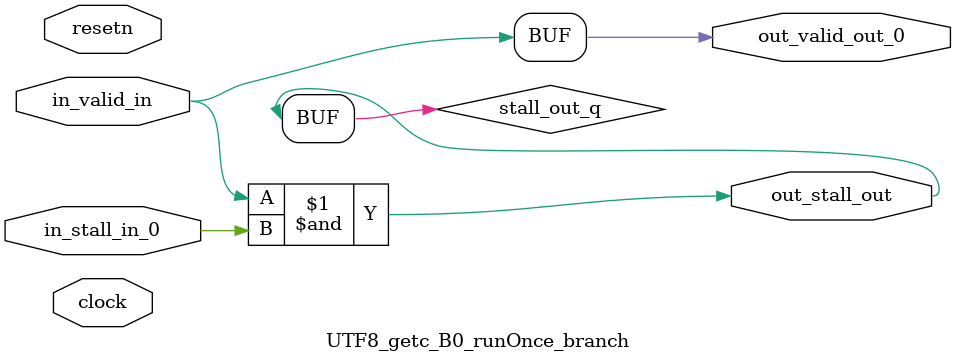
<source format=sv>



(* altera_attribute = "-name AUTO_SHIFT_REGISTER_RECOGNITION OFF; -name MESSAGE_DISABLE 10036; -name MESSAGE_DISABLE 10037; -name MESSAGE_DISABLE 14130; -name MESSAGE_DISABLE 14320; -name MESSAGE_DISABLE 15400; -name MESSAGE_DISABLE 14130; -name MESSAGE_DISABLE 10036; -name MESSAGE_DISABLE 12020; -name MESSAGE_DISABLE 12030; -name MESSAGE_DISABLE 12010; -name MESSAGE_DISABLE 12110; -name MESSAGE_DISABLE 14320; -name MESSAGE_DISABLE 13410; -name MESSAGE_DISABLE 113007; -name MESSAGE_DISABLE 10958" *)
module UTF8_getc_B0_runOnce_branch (
    input wire [0:0] in_stall_in_0,
    input wire [0:0] in_valid_in,
    output wire [0:0] out_stall_out,
    output wire [0:0] out_valid_out_0,
    input wire clock,
    input wire resetn
    );

    wire [0:0] stall_out_q;


    // stall_out(LOGICAL,6)
    assign stall_out_q = in_valid_in & in_stall_in_0;

    // out_stall_out(GPOUT,4)
    assign out_stall_out = stall_out_q;

    // out_valid_out_0(GPOUT,5)
    assign out_valid_out_0 = in_valid_in;

endmodule

</source>
